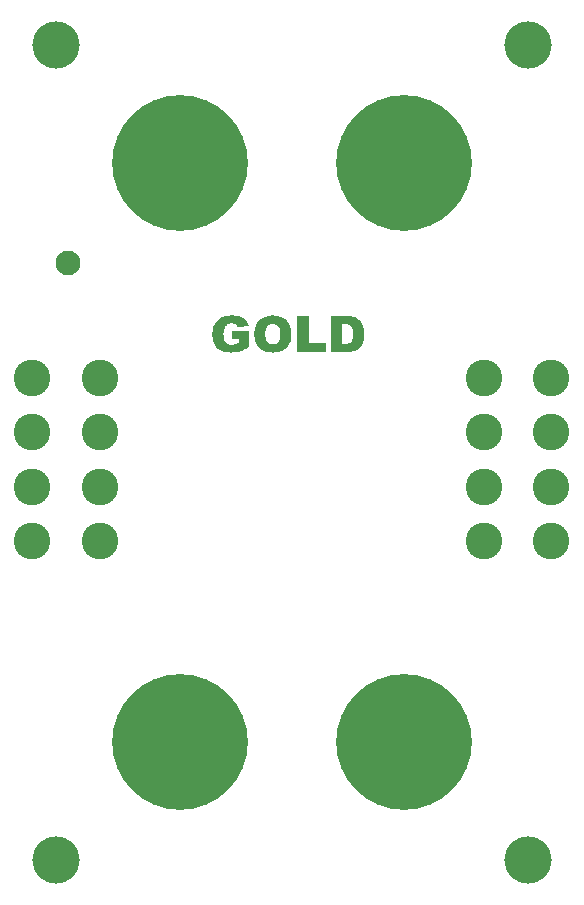
<source format=gts>
%FSLAX43Y43*%
%MOMM*%
G71*
G01*
G75*
G04 Layer_Color=8388736*
%ADD10C,0.381*%
%ADD11C,11.500*%
%ADD12C,3.000*%
%ADD13C,0.800*%
%ADD14R,0.650X1.100*%
%ADD15R,3.937X2.921*%
%ADD16R,1.200X1.400*%
%ADD17R,1.000X1.000*%
%ADD18R,1.000X1.000*%
%ADD19R,0.900X1.000*%
%ADD20R,1.000X0.900*%
%ADD21R,2.000X1.650*%
%ADD22R,1.150X1.400*%
%ADD23R,0.900X0.950*%
%ADD24R,0.900X0.950*%
%ADD25R,1.500X1.600*%
%ADD26R,0.650X1.200*%
%ADD27C,0.203*%
%ADD28C,0.254*%
%ADD29C,0.508*%
%ADD30C,0.635*%
%ADD31C,3.810*%
%ADD32C,3.175*%
%ADD33C,2.032*%
%ADD34C,0.889*%
%ADD35C,11.000*%
%ADD36R,1.000X4.500*%
%ADD37R,1.000X2.500*%
%ADD38R,6.500X0.750*%
%ADD39R,4.000X2.500*%
%ADD40R,1.750X5.250*%
%ADD41R,5.500X2.250*%
%ADD42R,1.500X9.500*%
%ADD43R,9.500X1.000*%
%ADD44R,3.250X10.250*%
%ADD45R,0.750X4.000*%
%ADD46R,16.500X1.750*%
%ADD47R,16.500X1.500*%
%ADD48C,4.000*%
%ADD49C,2.100*%
%ADD50C,3.102*%
G36*
X26394Y48750D02*
X27866D01*
Y48000D01*
X25455D01*
Y51044D01*
X26394D01*
Y48750D01*
D02*
G37*
G36*
X29804Y51039D02*
X29843D01*
X29938Y51027D01*
X30049Y51016D01*
X30160Y50994D01*
X30271Y50966D01*
X30371Y50927D01*
X30377D01*
X30382Y50922D01*
X30415Y50905D01*
X30460Y50883D01*
X30521Y50844D01*
X30588Y50800D01*
X30660Y50744D01*
X30726Y50678D01*
X30793Y50605D01*
X30799Y50594D01*
X30821Y50566D01*
X30849Y50528D01*
X30888Y50466D01*
X30926Y50394D01*
X30965Y50311D01*
X30999Y50216D01*
X31032Y50116D01*
Y50111D01*
X31038Y50105D01*
Y50089D01*
X31043Y50066D01*
X31054Y50011D01*
X31071Y49939D01*
X31088Y49850D01*
X31099Y49750D01*
X31104Y49644D01*
X31110Y49528D01*
Y49522D01*
Y49505D01*
Y49483D01*
Y49450D01*
X31104Y49405D01*
Y49361D01*
X31093Y49250D01*
X31082Y49133D01*
X31060Y49005D01*
X31032Y48883D01*
X30993Y48772D01*
Y48767D01*
X30988Y48761D01*
X30971Y48728D01*
X30949Y48678D01*
X30915Y48617D01*
X30871Y48544D01*
X30815Y48472D01*
X30754Y48394D01*
X30682Y48322D01*
X30671Y48317D01*
X30649Y48294D01*
X30610Y48261D01*
X30560Y48222D01*
X30493Y48183D01*
X30427Y48144D01*
X30349Y48106D01*
X30265Y48078D01*
X30260D01*
X30254Y48072D01*
X30238D01*
X30215Y48067D01*
X30154Y48056D01*
X30077Y48039D01*
X29993Y48022D01*
X29893Y48011D01*
X29799Y48006D01*
X29699Y48000D01*
X28305D01*
Y51044D01*
X29765D01*
X29804Y51039D01*
D02*
G37*
G36*
X20066Y51089D02*
X20178Y51083D01*
X20300Y51072D01*
X20428Y51055D01*
X20544Y51033D01*
X20600Y51016D01*
X20650Y51000D01*
X20655D01*
X20661Y50994D01*
X20694Y50983D01*
X20739Y50961D01*
X20794Y50933D01*
X20861Y50894D01*
X20933Y50844D01*
X21000Y50783D01*
X21066Y50716D01*
X21072Y50705D01*
X21094Y50683D01*
X21122Y50639D01*
X21161Y50583D01*
X21200Y50516D01*
X21244Y50433D01*
X21283Y50339D01*
X21316Y50233D01*
X20411Y50072D01*
Y50078D01*
X20400Y50100D01*
X20383Y50133D01*
X20366Y50172D01*
X20339Y50211D01*
X20305Y50255D01*
X20261Y50294D01*
X20216Y50333D01*
X20211Y50339D01*
X20194Y50350D01*
X20161Y50361D01*
X20122Y50383D01*
X20072Y50400D01*
X20016Y50411D01*
X19950Y50422D01*
X19872Y50428D01*
X19844D01*
X19822Y50422D01*
X19767Y50416D01*
X19694Y50400D01*
X19617Y50378D01*
X19533Y50339D01*
X19450Y50283D01*
X19378Y50211D01*
X19372Y50200D01*
X19350Y50172D01*
X19322Y50116D01*
X19289Y50044D01*
X19250Y49950D01*
X19239Y49894D01*
X19222Y49833D01*
X19211Y49766D01*
X19200Y49694D01*
X19194Y49617D01*
Y49533D01*
Y49528D01*
Y49511D01*
Y49489D01*
X19200Y49455D01*
Y49411D01*
X19205Y49367D01*
X19217Y49261D01*
X19239Y49144D01*
X19272Y49028D01*
X19317Y48917D01*
X19344Y48872D01*
X19378Y48828D01*
X19389Y48817D01*
X19411Y48794D01*
X19455Y48761D01*
X19517Y48722D01*
X19589Y48683D01*
X19678Y48650D01*
X19783Y48628D01*
X19900Y48617D01*
X19955D01*
X19994Y48622D01*
X20044Y48628D01*
X20094Y48633D01*
X20200Y48661D01*
X20205D01*
X20228Y48672D01*
X20255Y48683D01*
X20294Y48700D01*
X20344Y48717D01*
X20400Y48744D01*
X20466Y48778D01*
X20533Y48817D01*
Y49105D01*
X19900D01*
Y49739D01*
X21355D01*
Y48439D01*
X21350Y48433D01*
X21339Y48428D01*
X21316Y48411D01*
X21283Y48394D01*
X21250Y48372D01*
X21205Y48344D01*
X21105Y48283D01*
X20989Y48222D01*
X20861Y48156D01*
X20733Y48094D01*
X20611Y48050D01*
X20605D01*
X20594Y48044D01*
X20578Y48039D01*
X20555Y48033D01*
X20522Y48028D01*
X20489Y48017D01*
X20444Y48011D01*
X20400Y48000D01*
X20289Y47983D01*
X20155Y47967D01*
X20011Y47956D01*
X19850Y47950D01*
X19800D01*
X19761Y47956D01*
X19711D01*
X19661Y47961D01*
X19600Y47967D01*
X19533Y47972D01*
X19394Y47994D01*
X19244Y48028D01*
X19100Y48072D01*
X18961Y48133D01*
X18955D01*
X18944Y48144D01*
X18928Y48156D01*
X18905Y48167D01*
X18844Y48211D01*
X18767Y48272D01*
X18683Y48344D01*
X18594Y48439D01*
X18511Y48550D01*
X18433Y48678D01*
Y48683D01*
X18428Y48694D01*
X18417Y48717D01*
X18406Y48744D01*
X18389Y48778D01*
X18378Y48817D01*
X18361Y48867D01*
X18344Y48922D01*
X18322Y48978D01*
X18306Y49044D01*
X18278Y49189D01*
X18256Y49350D01*
X18250Y49522D01*
Y49528D01*
Y49544D01*
Y49572D01*
X18256Y49605D01*
Y49650D01*
X18261Y49700D01*
X18267Y49755D01*
X18278Y49816D01*
X18300Y49950D01*
X18339Y50094D01*
X18389Y50239D01*
X18456Y50383D01*
Y50389D01*
X18467Y50400D01*
X18478Y50416D01*
X18494Y50444D01*
X18539Y50511D01*
X18606Y50594D01*
X18694Y50683D01*
X18794Y50777D01*
X18917Y50866D01*
X19055Y50944D01*
X19061D01*
X19072Y50950D01*
X19089Y50961D01*
X19111Y50966D01*
X19144Y50977D01*
X19183Y50994D01*
X19228Y51005D01*
X19278Y51022D01*
X19333Y51033D01*
X19400Y51044D01*
X19467Y51061D01*
X19539Y51072D01*
X19622Y51083D01*
X19705Y51089D01*
X19894Y51094D01*
X20022D01*
X20066Y51089D01*
D02*
G37*
G36*
X23488D02*
X23555Y51083D01*
X23627Y51072D01*
X23711Y51061D01*
X23794Y51044D01*
X23888Y51022D01*
X23983Y50994D01*
X24083Y50961D01*
X24177Y50922D01*
X24272Y50872D01*
X24366Y50816D01*
X24449Y50755D01*
X24533Y50683D01*
X24538Y50678D01*
X24549Y50666D01*
X24572Y50639D01*
X24599Y50611D01*
X24627Y50566D01*
X24666Y50516D01*
X24705Y50455D01*
X24744Y50389D01*
X24783Y50311D01*
X24816Y50228D01*
X24855Y50133D01*
X24883Y50033D01*
X24910Y49922D01*
X24933Y49805D01*
X24944Y49678D01*
X24949Y49544D01*
Y49539D01*
Y49522D01*
Y49494D01*
Y49455D01*
X24944Y49411D01*
X24938Y49355D01*
X24933Y49300D01*
X24927Y49233D01*
X24905Y49094D01*
X24872Y48950D01*
X24827Y48805D01*
X24766Y48667D01*
Y48661D01*
X24760Y48650D01*
X24749Y48633D01*
X24733Y48611D01*
X24694Y48550D01*
X24633Y48472D01*
X24560Y48389D01*
X24472Y48300D01*
X24372Y48217D01*
X24249Y48139D01*
X24244D01*
X24233Y48133D01*
X24216Y48122D01*
X24188Y48111D01*
X24155Y48094D01*
X24116Y48078D01*
X24072Y48061D01*
X24016Y48044D01*
X23955Y48028D01*
X23894Y48011D01*
X23749Y47978D01*
X23583Y47956D01*
X23399Y47950D01*
X23316D01*
X23272Y47956D01*
X23222Y47961D01*
X23166D01*
X23100Y47972D01*
X22966Y47989D01*
X22827Y48017D01*
X22683Y48056D01*
X22550Y48111D01*
X22544D01*
X22533Y48117D01*
X22516Y48128D01*
X22494Y48144D01*
X22433Y48183D01*
X22355Y48239D01*
X22266Y48306D01*
X22177Y48400D01*
X22083Y48506D01*
X22000Y48628D01*
Y48633D01*
X21989Y48644D01*
X21983Y48667D01*
X21966Y48694D01*
X21950Y48728D01*
X21933Y48767D01*
X21916Y48817D01*
X21900Y48872D01*
X21877Y48933D01*
X21861Y49000D01*
X21844Y49072D01*
X21827Y49155D01*
X21805Y49328D01*
X21794Y49517D01*
Y49528D01*
Y49550D01*
X21800Y49589D01*
Y49639D01*
X21805Y49700D01*
X21816Y49772D01*
X21827Y49855D01*
X21844Y49939D01*
X21866Y50033D01*
X21894Y50128D01*
X21927Y50222D01*
X21966Y50322D01*
X22016Y50416D01*
X22072Y50511D01*
X22133Y50594D01*
X22205Y50678D01*
X22211Y50683D01*
X22227Y50694D01*
X22250Y50716D01*
X22283Y50744D01*
X22327Y50772D01*
X22377Y50811D01*
X22438Y50850D01*
X22505Y50889D01*
X22583Y50927D01*
X22672Y50961D01*
X22766Y51000D01*
X22872Y51027D01*
X22983Y51055D01*
X23105Y51077D01*
X23233Y51089D01*
X23366Y51094D01*
X23438D01*
X23488Y51089D01*
D02*
G37*
%LPC*%
G36*
X29477Y50355D02*
X29243D01*
Y48694D01*
X29521D01*
X29571Y48700D01*
X29638D01*
X29704Y48711D01*
X29777Y48722D01*
X29838Y48733D01*
X29893Y48755D01*
X29899Y48761D01*
X29915Y48767D01*
X29938Y48783D01*
X29965Y48811D01*
X29999Y48839D01*
X30032Y48878D01*
X30065Y48928D01*
X30093Y48983D01*
X30099Y48989D01*
X30104Y49017D01*
X30115Y49055D01*
X30132Y49111D01*
X30143Y49183D01*
X30154Y49278D01*
X30160Y49383D01*
X30165Y49511D01*
Y49517D01*
Y49533D01*
Y49555D01*
Y49589D01*
X30160Y49628D01*
Y49672D01*
X30143Y49778D01*
X30127Y49883D01*
X30099Y49994D01*
X30060Y50094D01*
X30032Y50133D01*
X30004Y50172D01*
X29999Y50178D01*
X29971Y50200D01*
X29932Y50228D01*
X29877Y50266D01*
X29804Y50300D01*
X29715Y50328D01*
X29604Y50350D01*
X29477Y50355D01*
D02*
G37*
G36*
X23361Y50383D02*
X23349D01*
X23316Y50378D01*
X23261Y50372D01*
X23199Y50355D01*
X23127Y50333D01*
X23049Y50294D01*
X22972Y50244D01*
X22905Y50178D01*
X22900Y50166D01*
X22877Y50139D01*
X22850Y50089D01*
X22822Y50022D01*
X22805Y49978D01*
X22788Y49928D01*
X22772Y49872D01*
X22761Y49816D01*
X22750Y49750D01*
X22738Y49678D01*
X22733Y49600D01*
Y49517D01*
Y49511D01*
Y49494D01*
Y49472D01*
X22738Y49444D01*
Y49405D01*
X22744Y49361D01*
X22755Y49261D01*
X22772Y49155D01*
X22805Y49044D01*
X22844Y48939D01*
X22872Y48894D01*
X22900Y48855D01*
X22905Y48844D01*
X22933Y48822D01*
X22972Y48794D01*
X23022Y48755D01*
X23088Y48717D01*
X23172Y48689D01*
X23266Y48667D01*
X23372Y48655D01*
X23399D01*
X23422Y48661D01*
X23477Y48667D01*
X23544Y48678D01*
X23616Y48705D01*
X23694Y48739D01*
X23772Y48783D01*
X23838Y48850D01*
X23844Y48861D01*
X23866Y48889D01*
X23877Y48911D01*
X23894Y48939D01*
X23911Y48972D01*
X23927Y49011D01*
X23938Y49055D01*
X23955Y49105D01*
X23972Y49167D01*
X23983Y49228D01*
X23994Y49300D01*
X24005Y49378D01*
X24011Y49461D01*
Y49555D01*
Y49561D01*
Y49572D01*
Y49594D01*
Y49628D01*
X24005Y49661D01*
X23999Y49700D01*
X23988Y49794D01*
X23966Y49894D01*
X23938Y50000D01*
X23894Y50100D01*
X23833Y50183D01*
X23827Y50194D01*
X23799Y50216D01*
X23761Y50244D01*
X23711Y50283D01*
X23644Y50322D01*
X23561Y50350D01*
X23466Y50372D01*
X23361Y50383D01*
D02*
G37*
%LPD*%
D11*
X34500Y15000D02*
D03*
X15500Y64000D02*
D03*
X34500D02*
D03*
X15500Y15000D02*
D03*
D48*
X45000Y74000D02*
D03*
X5000D02*
D03*
X45000Y5000D02*
D03*
X5000D02*
D03*
D49*
X6000Y55500D02*
D03*
D50*
X41250Y32000D02*
D03*
X46965D02*
D03*
Y36597D02*
D03*
X41250D02*
D03*
X46965Y41195D02*
D03*
X41250Y41195D02*
D03*
X46965Y45792D02*
D03*
X41250D02*
D03*
X3000Y32000D02*
D03*
X8715D02*
D03*
Y36597D02*
D03*
X3000D02*
D03*
X8715Y41195D02*
D03*
X3000Y41195D02*
D03*
X8715Y45792D02*
D03*
X3000D02*
D03*
M02*

</source>
